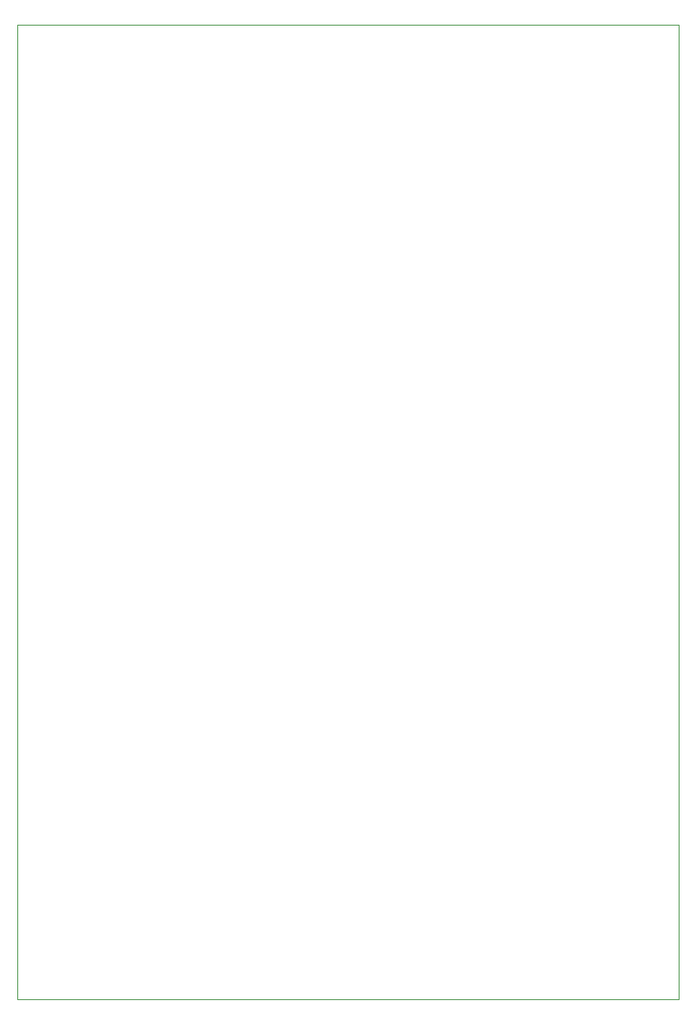
<source format=gbr>
%TF.GenerationSoftware,KiCad,Pcbnew,(6.0.5)*%
%TF.CreationDate,2022-05-25T12:11:17-03:00*%
%TF.ProjectId,PCB,5043422e-6b69-4636-9164-5f7063625858,rev?*%
%TF.SameCoordinates,Original*%
%TF.FileFunction,Profile,NP*%
%FSLAX46Y46*%
G04 Gerber Fmt 4.6, Leading zero omitted, Abs format (unit mm)*
G04 Created by KiCad (PCBNEW (6.0.5)) date 2022-05-25 12:11:17*
%MOMM*%
%LPD*%
G01*
G04 APERTURE LIST*
%TA.AperFunction,Profile*%
%ADD10C,0.100000*%
%TD*%
G04 APERTURE END LIST*
D10*
X201295000Y-57823000D02*
X201295000Y-157823000D01*
X133350000Y-57823000D02*
X133350000Y-157823000D01*
X201295000Y-157823000D02*
X133350000Y-157823000D01*
X133350000Y-57823000D02*
X201295000Y-57823000D01*
M02*

</source>
